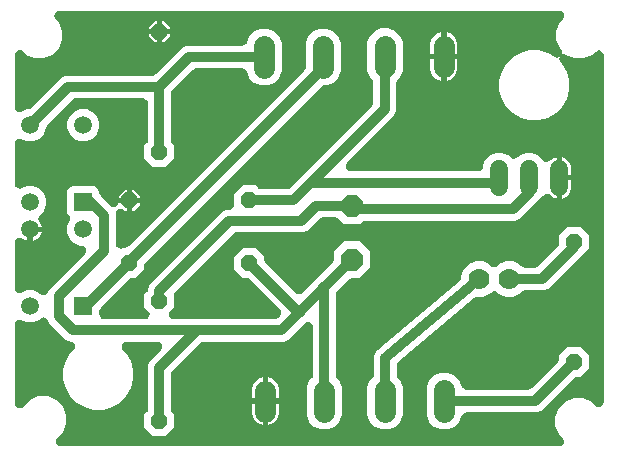
<source format=gbr>
G04 EAGLE Gerber RS-274X export*
G75*
%MOMM*%
%FSLAX34Y34*%
%LPD*%
%INBottom Copper*%
%IPPOS*%
%AMOC8*
5,1,8,0,0,1.08239X$1,22.5*%
G01*
G04 Define Apertures*
%ADD10C,1.524000*%
%ADD11P,1.42962X8X292.5*%
%ADD12P,1.42962X8X22.5*%
%ADD13C,1.498000*%
%ADD14R,1.498000X1.498000*%
%ADD15C,1.778000*%
%ADD16C,1.790700*%
%ADD17P,2.06195X8X112.5*%
%ADD18C,0.812800*%
G36*
X467063Y4894D02*
X465478Y4572D01*
X43321Y4572D01*
X41916Y4822D01*
X40540Y5672D01*
X39604Y6991D01*
X39257Y8571D01*
X39554Y10161D01*
X40447Y11510D01*
X45123Y16186D01*
X48103Y23379D01*
X48103Y31165D01*
X45123Y38359D01*
X39617Y43865D01*
X32424Y46844D01*
X24638Y46844D01*
X17444Y43865D01*
X11510Y37930D01*
X10340Y37114D01*
X8766Y36742D01*
X7171Y37013D01*
X5809Y37885D01*
X4894Y39219D01*
X4572Y40804D01*
X4572Y107635D01*
X4834Y109070D01*
X5694Y110439D01*
X7021Y111365D01*
X8604Y111699D01*
X10191Y111390D01*
X14948Y109420D01*
X20352Y109420D01*
X25346Y111488D01*
X26147Y112289D01*
X27347Y113119D01*
X28924Y113478D01*
X30516Y113194D01*
X31871Y112312D01*
X32775Y110971D01*
X33545Y109112D01*
X48306Y94352D01*
X52041Y92805D01*
X53009Y92632D01*
X54386Y91782D01*
X55321Y90463D01*
X55668Y88883D01*
X55372Y87293D01*
X54479Y85945D01*
X51700Y83166D01*
X47807Y76423D01*
X45792Y68902D01*
X45792Y61115D01*
X47807Y53594D01*
X51700Y46851D01*
X57206Y41345D01*
X63949Y37452D01*
X71471Y35437D01*
X79257Y35437D01*
X86778Y37452D01*
X93521Y41345D01*
X99027Y46851D01*
X102920Y53594D01*
X104936Y61115D01*
X104936Y68902D01*
X102920Y76423D01*
X99027Y83166D01*
X96249Y85945D01*
X95433Y87115D01*
X95061Y88689D01*
X95332Y90283D01*
X96203Y91646D01*
X97538Y92560D01*
X99123Y92882D01*
X125357Y92882D01*
X126761Y92632D01*
X128137Y91782D01*
X129073Y90463D01*
X129420Y88883D01*
X129123Y87293D01*
X128230Y85945D01*
X118817Y76532D01*
X117348Y72984D01*
X117348Y36156D01*
X117051Y34631D01*
X116158Y33282D01*
X114300Y31425D01*
X114300Y20904D01*
X121740Y13464D01*
X132261Y13464D01*
X139700Y20904D01*
X139700Y31425D01*
X137842Y33282D01*
X136974Y34571D01*
X136652Y36156D01*
X136652Y65383D01*
X136949Y66908D01*
X137842Y68257D01*
X161278Y91692D01*
X162566Y92560D01*
X164151Y92882D01*
X232208Y92882D01*
X235755Y94352D01*
X250092Y108689D01*
X251262Y109505D01*
X252836Y109877D01*
X254431Y109606D01*
X255794Y108734D01*
X256708Y107400D01*
X257030Y105815D01*
X257030Y64952D01*
X256733Y63427D01*
X255840Y62078D01*
X253924Y60162D01*
X251633Y54631D01*
X251633Y30737D01*
X253924Y25205D01*
X258157Y20972D01*
X263689Y18681D01*
X269676Y18681D01*
X275207Y20972D01*
X279440Y25205D01*
X281732Y30737D01*
X281732Y54631D01*
X279440Y60162D01*
X277524Y62078D01*
X276656Y63367D01*
X276334Y64952D01*
X276334Y133247D01*
X276631Y134772D01*
X277524Y136121D01*
X286935Y145532D01*
X288224Y146400D01*
X289809Y146722D01*
X296567Y146722D01*
X305718Y155872D01*
X305718Y168813D01*
X296567Y177964D01*
X283626Y177964D01*
X274476Y168813D01*
X274476Y162055D01*
X274178Y160530D01*
X273285Y159182D01*
X248286Y134182D01*
X247056Y133339D01*
X245477Y132992D01*
X243887Y133289D01*
X242538Y134182D01*
X217168Y159552D01*
X216299Y160841D01*
X215977Y162426D01*
X215977Y165053D01*
X208538Y172493D01*
X198017Y172493D01*
X190577Y165053D01*
X190577Y154532D01*
X198017Y147093D01*
X200644Y147093D01*
X202169Y146796D01*
X203518Y145902D01*
X228888Y120532D01*
X229731Y119303D01*
X230078Y117723D01*
X229781Y116133D01*
X228888Y114785D01*
X227480Y113377D01*
X226192Y112508D01*
X224607Y112186D01*
X139194Y112186D01*
X137790Y112437D01*
X136413Y113286D01*
X135478Y114606D01*
X135131Y116185D01*
X135427Y117775D01*
X136320Y119124D01*
X139700Y122504D01*
X139700Y133374D01*
X139997Y134899D01*
X140890Y136248D01*
X189024Y184382D01*
X190313Y185250D01*
X191898Y185572D01*
X248634Y185572D01*
X252182Y187042D01*
X262361Y197221D01*
X263650Y198089D01*
X265235Y198411D01*
X275974Y198411D01*
X277499Y198114D01*
X278847Y197221D01*
X283626Y192442D01*
X296567Y192442D01*
X298360Y194235D01*
X299649Y195104D01*
X301234Y195426D01*
X428067Y195426D01*
X431614Y196895D01*
X446195Y211476D01*
X447513Y212357D01*
X447940Y212533D01*
X452155Y216748D01*
X452363Y217070D01*
X453682Y218006D01*
X455262Y218353D01*
X456852Y218056D01*
X458200Y217163D01*
X459815Y215548D01*
X463285Y214111D01*
X463285Y249451D01*
X459815Y248014D01*
X458200Y246399D01*
X457001Y245570D01*
X455424Y245210D01*
X453831Y245494D01*
X452476Y246376D01*
X452234Y246735D01*
X447940Y251029D01*
X442899Y253117D01*
X437442Y253117D01*
X432401Y251029D01*
X430344Y248972D01*
X429115Y248130D01*
X427535Y247783D01*
X425945Y248079D01*
X424597Y248972D01*
X422540Y251029D01*
X417499Y253117D01*
X412042Y253117D01*
X407001Y251029D01*
X403143Y247171D01*
X401055Y242130D01*
X401055Y241464D01*
X400781Y239999D01*
X399910Y238636D01*
X398576Y237722D01*
X396991Y237400D01*
X288764Y237400D01*
X287359Y237650D01*
X285983Y238500D01*
X285047Y239819D01*
X284700Y241399D01*
X284997Y242989D01*
X285890Y244338D01*
X326083Y284530D01*
X327552Y288078D01*
X327552Y312134D01*
X327849Y313659D01*
X328742Y315008D01*
X330658Y316924D01*
X332950Y322455D01*
X332950Y346349D01*
X330658Y351881D01*
X326425Y356114D01*
X320894Y358405D01*
X314907Y358405D01*
X309375Y356114D01*
X305142Y351881D01*
X302851Y346349D01*
X302851Y322455D01*
X305142Y316924D01*
X307058Y315008D01*
X307926Y313719D01*
X308248Y312134D01*
X308248Y295679D01*
X307951Y294154D01*
X307058Y292805D01*
X237719Y223467D01*
X236431Y222599D01*
X234846Y222277D01*
X213192Y222277D01*
X211667Y222574D01*
X210318Y223467D01*
X208461Y225325D01*
X197940Y225325D01*
X190500Y217885D01*
X190500Y208940D01*
X190227Y207475D01*
X189355Y206113D01*
X188021Y205198D01*
X186436Y204876D01*
X184297Y204876D01*
X180749Y203407D01*
X118817Y141475D01*
X117348Y137927D01*
X117348Y137756D01*
X117051Y136231D01*
X116158Y134882D01*
X114300Y133025D01*
X114300Y122504D01*
X117680Y119124D01*
X118496Y117954D01*
X118868Y116380D01*
X118597Y114785D01*
X117725Y113423D01*
X116391Y112508D01*
X114806Y112186D01*
X80300Y112186D01*
X78835Y112459D01*
X77473Y113331D01*
X76558Y114665D01*
X76236Y116250D01*
X76236Y119018D01*
X76533Y120543D01*
X77426Y121892D01*
X101437Y145902D01*
X102726Y146771D01*
X104311Y147093D01*
X106938Y147093D01*
X114377Y154532D01*
X114377Y157953D01*
X114675Y159478D01*
X115568Y160827D01*
X263568Y308827D01*
X264857Y309696D01*
X266442Y310017D01*
X268912Y310017D01*
X274443Y312309D01*
X278676Y316542D01*
X280968Y322073D01*
X280968Y345967D01*
X278676Y351499D01*
X274443Y355732D01*
X268912Y358023D01*
X262925Y358023D01*
X257393Y355732D01*
X253160Y351499D01*
X250869Y345967D01*
X250869Y325111D01*
X250571Y323585D01*
X249678Y322237D01*
X101124Y173683D01*
X99836Y172815D01*
X98251Y172493D01*
X96212Y172493D01*
X95720Y172149D01*
X94146Y171777D01*
X92551Y172048D01*
X91189Y172920D01*
X90274Y174254D01*
X89952Y175839D01*
X89952Y201530D01*
X90202Y202934D01*
X91052Y204310D01*
X92371Y205246D01*
X93951Y205593D01*
X95541Y205297D01*
X96890Y204403D01*
X97812Y203481D01*
X99314Y203481D01*
X99314Y210339D01*
X92320Y210339D01*
X92206Y209695D01*
X91356Y208318D01*
X90037Y207383D01*
X88457Y207035D01*
X86867Y207332D01*
X85518Y208225D01*
X77426Y216317D01*
X76558Y217606D01*
X76236Y219191D01*
X76236Y219903D01*
X75308Y222143D01*
X73593Y223858D01*
X71353Y224786D01*
X53947Y224786D01*
X51707Y223858D01*
X49992Y222143D01*
X49064Y219903D01*
X49064Y202498D01*
X49992Y200257D01*
X50213Y200037D01*
X51068Y198778D01*
X51403Y197195D01*
X51094Y195608D01*
X49064Y190708D01*
X49064Y185303D01*
X51132Y180310D01*
X54954Y176488D01*
X59948Y174420D01*
X61254Y174420D01*
X62659Y174169D01*
X64035Y173319D01*
X64971Y172000D01*
X65318Y170420D01*
X65021Y168830D01*
X64128Y167482D01*
X33545Y136899D01*
X32775Y135041D01*
X31985Y133815D01*
X30665Y132879D01*
X29085Y132532D01*
X27495Y132829D01*
X26147Y133722D01*
X25346Y134523D01*
X20352Y136592D01*
X14948Y136592D01*
X10191Y134621D01*
X8766Y134314D01*
X7171Y134585D01*
X5809Y135457D01*
X4894Y136791D01*
X4572Y138376D01*
X4572Y177088D01*
X4822Y178492D01*
X5672Y179868D01*
X6991Y180804D01*
X8571Y181151D01*
X10161Y180855D01*
X11510Y179961D01*
X11968Y179503D01*
X15364Y178096D01*
X15364Y190292D01*
X27560Y190292D01*
X26153Y193687D01*
X25625Y194215D01*
X24783Y195444D01*
X24436Y197024D01*
X24732Y198614D01*
X25625Y199962D01*
X29168Y203504D01*
X31236Y208498D01*
X31236Y213903D01*
X29168Y218896D01*
X25346Y222718D01*
X20352Y224786D01*
X14948Y224786D01*
X10191Y222816D01*
X8766Y222509D01*
X7171Y222780D01*
X5809Y223652D01*
X4894Y224986D01*
X4572Y226571D01*
X4572Y260830D01*
X4834Y262265D01*
X5694Y263634D01*
X7021Y264559D01*
X8604Y264894D01*
X10191Y264584D01*
X14948Y262614D01*
X20352Y262614D01*
X25346Y264683D01*
X29168Y268504D01*
X31236Y273498D01*
X31236Y274453D01*
X31533Y275978D01*
X32426Y277327D01*
X52878Y297778D01*
X54166Y298647D01*
X55751Y298968D01*
X113284Y298968D01*
X114749Y298695D01*
X116112Y297824D01*
X117026Y296490D01*
X117348Y294904D01*
X117348Y263992D01*
X117051Y262467D01*
X116158Y261118D01*
X114300Y259261D01*
X114300Y248740D01*
X121740Y241300D01*
X132261Y241300D01*
X139700Y248740D01*
X139700Y259261D01*
X137842Y261118D01*
X136974Y262407D01*
X136652Y263992D01*
X136652Y302939D01*
X136949Y304464D01*
X137842Y305813D01*
X155208Y323178D01*
X156496Y324047D01*
X158081Y324368D01*
X197202Y324368D01*
X198698Y324083D01*
X200053Y323201D01*
X200957Y321860D01*
X203160Y316542D01*
X207393Y312309D01*
X212925Y310017D01*
X218912Y310017D01*
X224443Y312309D01*
X228676Y316542D01*
X230968Y322073D01*
X230968Y345967D01*
X228676Y351499D01*
X224443Y355732D01*
X218912Y358023D01*
X212925Y358023D01*
X207393Y355732D01*
X203160Y351499D01*
X200957Y346181D01*
X200122Y344909D01*
X198787Y343994D01*
X197202Y343672D01*
X150480Y343672D01*
X146933Y342203D01*
X124192Y319463D01*
X122904Y318594D01*
X121319Y318272D01*
X48150Y318272D01*
X44603Y316803D01*
X18776Y290977D01*
X17488Y290108D01*
X15903Y289786D01*
X14948Y289786D01*
X10191Y287816D01*
X8766Y287509D01*
X7171Y287780D01*
X5809Y288652D01*
X4894Y289986D01*
X4572Y291571D01*
X4572Y335838D01*
X4822Y337243D01*
X5672Y338619D01*
X6991Y339555D01*
X8571Y339902D01*
X10161Y339605D01*
X11510Y338712D01*
X14274Y335948D01*
X21468Y332968D01*
X29254Y332968D01*
X36447Y335948D01*
X41953Y341453D01*
X44933Y348647D01*
X44933Y356433D01*
X41953Y363627D01*
X39389Y366190D01*
X38573Y367360D01*
X38201Y368934D01*
X38472Y370529D01*
X39344Y371892D01*
X40678Y372806D01*
X42263Y373128D01*
X465738Y373128D01*
X467142Y372878D01*
X468518Y372028D01*
X469454Y370709D01*
X469801Y369129D01*
X469505Y367539D01*
X468611Y366190D01*
X466048Y363627D01*
X463068Y356433D01*
X463068Y348647D01*
X466048Y341453D01*
X467011Y340490D01*
X468008Y338854D01*
X468185Y337247D01*
X467720Y335697D01*
X467622Y335579D01*
X468215Y335992D01*
X469797Y336327D01*
X471385Y336017D01*
X478747Y332968D01*
X486533Y332968D01*
X493727Y335948D01*
X496290Y338511D01*
X497460Y339327D01*
X499034Y339700D01*
X500629Y339428D01*
X501992Y338557D01*
X502906Y337223D01*
X503228Y335638D01*
X503228Y41802D01*
X502978Y40398D01*
X502128Y39022D01*
X500809Y38086D01*
X499229Y37739D01*
X497639Y38035D01*
X496290Y38929D01*
X492940Y42279D01*
X485746Y45259D01*
X477960Y45259D01*
X470767Y42279D01*
X465261Y36773D01*
X462281Y29580D01*
X462281Y21794D01*
X465261Y14600D01*
X468351Y11510D01*
X469167Y10340D01*
X469540Y8766D01*
X469268Y7171D01*
X468397Y5809D01*
X467063Y4894D01*
G37*
%LPC*%
G36*
X129286Y357886D02*
X136144Y357886D01*
X136144Y359388D01*
X130788Y364744D01*
X129286Y364744D01*
X129286Y357886D01*
G37*
G36*
X117856Y357886D02*
X124714Y357886D01*
X124714Y364744D01*
X123212Y364744D01*
X117856Y359388D01*
X117856Y357886D01*
G37*
G36*
X356407Y336688D02*
X365614Y336688D01*
X365614Y354849D01*
X365614Y354849D01*
X361389Y353099D01*
X358156Y349866D01*
X356407Y345642D01*
X356407Y336688D01*
G37*
G36*
X370186Y336688D02*
X379394Y336688D01*
X379394Y345642D01*
X377644Y349866D01*
X374411Y353099D01*
X370186Y354849D01*
X370186Y354849D01*
X370186Y336688D01*
G37*
G36*
X129286Y346456D02*
X130788Y346456D01*
X136144Y351812D01*
X136144Y353314D01*
X129286Y353314D01*
X129286Y346456D01*
G37*
G36*
X123212Y346456D02*
X124714Y346456D01*
X124714Y353314D01*
X117856Y353314D01*
X117856Y351812D01*
X123212Y346456D01*
G37*
G36*
X440393Y280666D02*
X448180Y280666D01*
X455701Y282681D01*
X462444Y286574D01*
X467950Y292080D01*
X471843Y298823D01*
X473858Y306344D01*
X473858Y314131D01*
X471843Y321652D01*
X467950Y328395D01*
X466956Y329389D01*
X466154Y330530D01*
X465769Y332101D01*
X466027Y333698D01*
X466411Y334309D01*
X465252Y333708D01*
X463639Y333583D01*
X462106Y334096D01*
X455701Y337794D01*
X448180Y339810D01*
X440393Y339810D01*
X432872Y337794D01*
X426129Y333901D01*
X420623Y328395D01*
X416730Y321652D01*
X414715Y314131D01*
X414715Y306344D01*
X416730Y298823D01*
X420623Y292080D01*
X426129Y286574D01*
X432872Y282681D01*
X440393Y280666D01*
G37*
G36*
X365614Y313955D02*
X365614Y313955D01*
X365614Y332116D01*
X356407Y332116D01*
X356407Y323163D01*
X358156Y318938D01*
X361389Y315705D01*
X365614Y313955D01*
G37*
G36*
X370186Y313955D02*
X370186Y313955D01*
X374411Y315705D01*
X377644Y318938D01*
X379394Y323163D01*
X379394Y332116D01*
X370186Y332116D01*
X370186Y313955D01*
G37*
G36*
X59948Y262614D02*
X65352Y262614D01*
X70346Y264683D01*
X74168Y268504D01*
X76236Y273498D01*
X76236Y278903D01*
X74168Y283896D01*
X70346Y287718D01*
X65352Y289786D01*
X59948Y289786D01*
X54954Y287718D01*
X51132Y283896D01*
X49064Y278903D01*
X49064Y273498D01*
X51132Y268504D01*
X54954Y264683D01*
X59948Y262614D01*
G37*
G36*
X467857Y234067D02*
X475731Y234067D01*
X475731Y241422D01*
X474184Y245156D01*
X471326Y248014D01*
X467857Y249451D01*
X467857Y234067D01*
G37*
G36*
X467857Y229495D02*
X467857Y214111D01*
X471326Y215548D01*
X474184Y218406D01*
X475731Y222140D01*
X475731Y229495D01*
X467857Y229495D01*
G37*
G36*
X92456Y214911D02*
X99314Y214911D01*
X99314Y221769D01*
X97812Y221769D01*
X92456Y216412D01*
X92456Y214911D01*
G37*
G36*
X103886Y214911D02*
X110744Y214911D01*
X110744Y216412D01*
X105388Y221769D01*
X103886Y221769D01*
X103886Y214911D01*
G37*
G36*
X103886Y203481D02*
X105388Y203481D01*
X110744Y208837D01*
X110744Y210339D01*
X103886Y210339D01*
X103886Y203481D01*
G37*
G36*
X315289Y18813D02*
X321276Y18813D01*
X326807Y21104D01*
X331040Y25337D01*
X333332Y30869D01*
X333332Y54763D01*
X331040Y60294D01*
X329124Y62210D01*
X328256Y63499D01*
X327934Y65084D01*
X327934Y72477D01*
X328372Y74312D01*
X329375Y75581D01*
X393813Y130037D01*
X394851Y130675D01*
X396436Y130997D01*
X400709Y130997D01*
X406217Y133278D01*
X407554Y134616D01*
X408784Y135458D01*
X410363Y135806D01*
X411953Y135509D01*
X413302Y134616D01*
X414639Y133278D01*
X420147Y130997D01*
X426109Y130997D01*
X431617Y133278D01*
X433479Y135141D01*
X434768Y136009D01*
X436353Y136331D01*
X452703Y136331D01*
X456250Y137800D01*
X482360Y163910D01*
X482502Y164006D01*
X491036Y172540D01*
X491036Y183061D01*
X483597Y190500D01*
X473076Y190500D01*
X465636Y183061D01*
X465636Y176169D01*
X465339Y174644D01*
X464446Y173296D01*
X447975Y156825D01*
X446687Y155957D01*
X445101Y155635D01*
X436353Y155635D01*
X434828Y155932D01*
X433479Y156825D01*
X431617Y158687D01*
X426109Y160969D01*
X420147Y160969D01*
X414639Y158687D01*
X413302Y157350D01*
X412073Y156507D01*
X410493Y156160D01*
X408903Y156457D01*
X407554Y157350D01*
X406217Y158687D01*
X400709Y160969D01*
X394747Y160969D01*
X389239Y158687D01*
X385024Y154472D01*
X382742Y148964D01*
X382742Y147842D01*
X382304Y146007D01*
X381301Y144738D01*
X313683Y87594D01*
X312914Y87126D01*
X311863Y86075D01*
X311613Y85845D01*
X310478Y84886D01*
X310153Y84441D01*
X309585Y83068D01*
X309441Y82760D01*
X308760Y81439D01*
X308630Y80904D01*
X308630Y79418D01*
X308616Y79078D01*
X308491Y77598D01*
X308630Y76708D01*
X308630Y65084D01*
X308333Y63558D01*
X307440Y62210D01*
X305524Y60294D01*
X303233Y54763D01*
X303233Y30869D01*
X305524Y25337D01*
X309757Y21104D01*
X315289Y18813D01*
G37*
G36*
X19936Y185720D02*
X19936Y178096D01*
X23332Y179503D01*
X26153Y182324D01*
X27560Y185720D01*
X19936Y185720D01*
G37*
G36*
X365289Y18813D02*
X371276Y18813D01*
X376807Y21104D01*
X381040Y25337D01*
X383243Y30655D01*
X384079Y31927D01*
X385413Y32842D01*
X386998Y33164D01*
X446871Y33164D01*
X450419Y34633D01*
X478096Y62310D01*
X479384Y63178D01*
X480969Y63500D01*
X483597Y63500D01*
X491036Y70940D01*
X491036Y81461D01*
X483597Y88900D01*
X473076Y88900D01*
X465636Y81461D01*
X465636Y78833D01*
X465339Y77308D01*
X464446Y75960D01*
X442144Y53658D01*
X440855Y52789D01*
X439270Y52468D01*
X386998Y52468D01*
X385502Y52753D01*
X384147Y53635D01*
X383243Y54976D01*
X381040Y60294D01*
X376807Y64527D01*
X371276Y66819D01*
X365289Y66819D01*
X359757Y64527D01*
X355524Y60294D01*
X353233Y54763D01*
X353233Y30869D01*
X355524Y25337D01*
X359757Y21104D01*
X365289Y18813D01*
G37*
G36*
X205189Y44970D02*
X214396Y44970D01*
X214396Y63131D01*
X214396Y63131D01*
X210171Y61381D01*
X206938Y58148D01*
X205189Y53923D01*
X205189Y44970D01*
G37*
G36*
X218968Y44970D02*
X228176Y44970D01*
X228176Y53923D01*
X226426Y58148D01*
X223193Y61381D01*
X218968Y63131D01*
X218968Y63131D01*
X218968Y44970D01*
G37*
G36*
X218968Y22237D02*
X218968Y22237D01*
X223193Y23987D01*
X226426Y27220D01*
X228176Y31444D01*
X228176Y40398D01*
X218968Y40398D01*
X218968Y22237D01*
G37*
G36*
X214396Y22237D02*
X214396Y22237D01*
X214396Y40398D01*
X205189Y40398D01*
X205189Y31444D01*
X206938Y27220D01*
X210171Y23987D01*
X214396Y22237D01*
G37*
%LPD*%
D10*
X414771Y224161D02*
X414771Y239401D01*
X440171Y239401D02*
X440171Y224161D01*
X465571Y224161D02*
X465571Y239401D01*
D11*
X478336Y177800D03*
X478336Y76200D03*
X127000Y127764D03*
X127000Y26164D03*
D12*
X101600Y212625D03*
X203200Y212625D03*
X101677Y159793D03*
X203277Y159793D03*
D11*
X127000Y355600D03*
X127000Y254000D03*
D13*
X17650Y276200D03*
X62650Y276200D03*
X17650Y211200D03*
D14*
X62650Y211200D03*
D13*
X17650Y188006D03*
X62650Y188006D03*
X17650Y123006D03*
D14*
X62650Y123006D03*
D15*
X423128Y145983D03*
X397728Y145983D03*
D16*
X265918Y325067D02*
X265918Y342974D01*
X215918Y342974D02*
X215918Y325067D01*
X318282Y51769D02*
X318282Y33862D01*
X368282Y33862D02*
X368282Y51769D01*
X216682Y51637D02*
X216682Y33730D01*
X266682Y33730D02*
X266682Y51637D01*
X367900Y325449D02*
X367900Y343356D01*
X317900Y343356D02*
X317900Y325449D01*
D17*
X290097Y162343D03*
X290097Y208063D03*
D18*
X255313Y227410D02*
X317900Y289998D01*
X255313Y227410D02*
X240527Y212625D01*
X203200Y212625D01*
X317900Y289998D02*
X317900Y334402D01*
X281943Y227748D02*
X281605Y227410D01*
X255313Y227410D01*
X410737Y227748D02*
X414771Y231781D01*
X410737Y227748D02*
X281943Y227748D01*
X265918Y324827D02*
X101677Y160586D01*
X101677Y159793D01*
X265918Y324827D02*
X265918Y334020D01*
X101677Y159793D02*
X64890Y123006D01*
X62650Y123006D01*
X152400Y334020D02*
X215918Y334020D01*
X127000Y308620D02*
X127000Y254000D01*
X127000Y308620D02*
X152400Y334020D01*
X50070Y308620D02*
X17650Y276200D01*
X50070Y308620D02*
X127000Y308620D01*
X68893Y211200D02*
X62650Y211200D01*
X68893Y211200D02*
X80300Y199794D01*
X80300Y170004D01*
X41728Y131432D01*
X41728Y114579D01*
X53773Y102534D01*
X158470Y102534D01*
X230288Y102534D01*
X127000Y71064D02*
X127000Y26164D01*
X127000Y71064D02*
X158470Y102534D01*
X265942Y138188D02*
X290097Y162343D01*
X265942Y138188D02*
X246166Y118412D01*
X230288Y102534D01*
X244658Y118412D02*
X203277Y159793D01*
X244658Y118412D02*
X246166Y118412D01*
X266682Y137448D02*
X266682Y42684D01*
X266682Y137448D02*
X265942Y138188D01*
X450783Y145983D02*
X478336Y173536D01*
X450783Y145983D02*
X423128Y145983D01*
X478336Y173536D02*
X478336Y177800D01*
X127000Y136007D02*
X127000Y127764D01*
X127000Y136007D02*
X186217Y195224D01*
X440171Y231781D02*
X440597Y231355D01*
X440597Y219528D01*
X246715Y195224D02*
X186217Y195224D01*
X246715Y195224D02*
X259553Y208063D01*
X293082Y205078D02*
X426147Y205078D01*
X293082Y205078D02*
X290097Y208063D01*
X259553Y208063D01*
X426147Y205078D02*
X440597Y219528D01*
X444952Y42816D02*
X368282Y42816D01*
X444952Y42816D02*
X478336Y76200D01*
X318282Y78844D02*
X318282Y42816D01*
X318282Y78844D02*
X397728Y145983D01*
M02*

</source>
